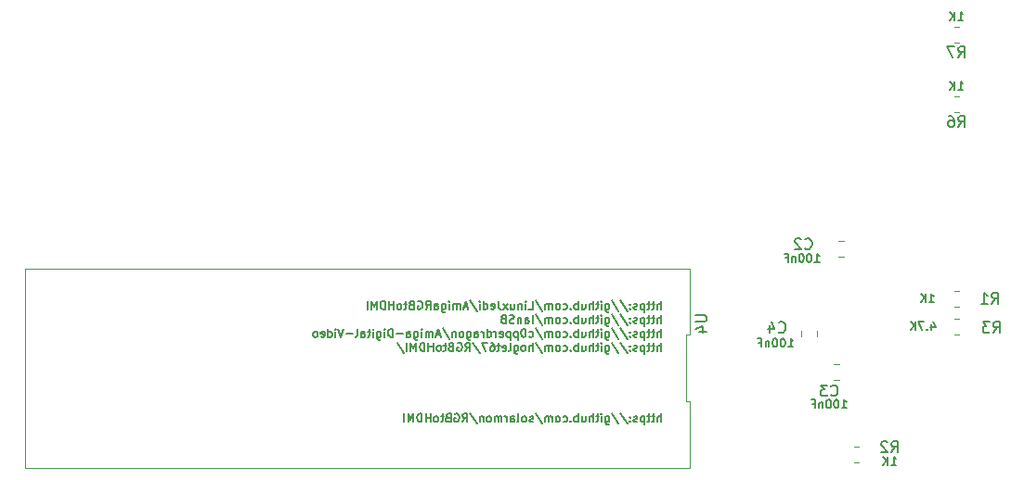
<source format=gbr>
%TF.GenerationSoftware,KiCad,Pcbnew,(5.1.9)-1*%
%TF.CreationDate,2021-07-28T09:14:02+01:00*%
%TF.ProjectId,RGBtoHDMI Amiga Denise DIP CPLD Rev 1.1,52474274-6f48-4444-9d49-20416d696761,rev?*%
%TF.SameCoordinates,Original*%
%TF.FileFunction,Legend,Bot*%
%TF.FilePolarity,Positive*%
%FSLAX46Y46*%
G04 Gerber Fmt 4.6, Leading zero omitted, Abs format (unit mm)*
G04 Created by KiCad (PCBNEW (5.1.9)-1) date 2021-07-28 09:14:02*
%MOMM*%
%LPD*%
G01*
G04 APERTURE LIST*
%ADD10C,0.150000*%
%ADD11C,0.120000*%
G04 APERTURE END LIST*
D10*
X137772928Y-103971285D02*
X137772928Y-103221285D01*
X137451500Y-103971285D02*
X137451500Y-103578428D01*
X137487214Y-103507000D01*
X137558642Y-103471285D01*
X137665785Y-103471285D01*
X137737214Y-103507000D01*
X137772928Y-103542714D01*
X137201500Y-103471285D02*
X136915785Y-103471285D01*
X137094357Y-103221285D02*
X137094357Y-103864142D01*
X137058642Y-103935571D01*
X136987214Y-103971285D01*
X136915785Y-103971285D01*
X136772928Y-103471285D02*
X136487214Y-103471285D01*
X136665785Y-103221285D02*
X136665785Y-103864142D01*
X136630071Y-103935571D01*
X136558642Y-103971285D01*
X136487214Y-103971285D01*
X136237214Y-103471285D02*
X136237214Y-104221285D01*
X136237214Y-103507000D02*
X136165785Y-103471285D01*
X136022928Y-103471285D01*
X135951500Y-103507000D01*
X135915785Y-103542714D01*
X135880071Y-103614142D01*
X135880071Y-103828428D01*
X135915785Y-103899857D01*
X135951500Y-103935571D01*
X136022928Y-103971285D01*
X136165785Y-103971285D01*
X136237214Y-103935571D01*
X135594357Y-103935571D02*
X135522928Y-103971285D01*
X135380071Y-103971285D01*
X135308642Y-103935571D01*
X135272928Y-103864142D01*
X135272928Y-103828428D01*
X135308642Y-103757000D01*
X135380071Y-103721285D01*
X135487214Y-103721285D01*
X135558642Y-103685571D01*
X135594357Y-103614142D01*
X135594357Y-103578428D01*
X135558642Y-103507000D01*
X135487214Y-103471285D01*
X135380071Y-103471285D01*
X135308642Y-103507000D01*
X134951500Y-103899857D02*
X134915785Y-103935571D01*
X134951500Y-103971285D01*
X134987214Y-103935571D01*
X134951500Y-103899857D01*
X134951500Y-103971285D01*
X134951500Y-103507000D02*
X134915785Y-103542714D01*
X134951500Y-103578428D01*
X134987214Y-103542714D01*
X134951500Y-103507000D01*
X134951500Y-103578428D01*
X134058642Y-103185571D02*
X134701500Y-104149857D01*
X133272928Y-103185571D02*
X133915785Y-104149857D01*
X132701500Y-103471285D02*
X132701500Y-104078428D01*
X132737214Y-104149857D01*
X132772928Y-104185571D01*
X132844357Y-104221285D01*
X132951500Y-104221285D01*
X133022928Y-104185571D01*
X132701500Y-103935571D02*
X132772928Y-103971285D01*
X132915785Y-103971285D01*
X132987214Y-103935571D01*
X133022928Y-103899857D01*
X133058642Y-103828428D01*
X133058642Y-103614142D01*
X133022928Y-103542714D01*
X132987214Y-103507000D01*
X132915785Y-103471285D01*
X132772928Y-103471285D01*
X132701500Y-103507000D01*
X132344357Y-103971285D02*
X132344357Y-103471285D01*
X132344357Y-103221285D02*
X132380071Y-103257000D01*
X132344357Y-103292714D01*
X132308642Y-103257000D01*
X132344357Y-103221285D01*
X132344357Y-103292714D01*
X132094357Y-103471285D02*
X131808642Y-103471285D01*
X131987214Y-103221285D02*
X131987214Y-103864142D01*
X131951500Y-103935571D01*
X131880071Y-103971285D01*
X131808642Y-103971285D01*
X131558642Y-103971285D02*
X131558642Y-103221285D01*
X131237214Y-103971285D02*
X131237214Y-103578428D01*
X131272928Y-103507000D01*
X131344357Y-103471285D01*
X131451500Y-103471285D01*
X131522928Y-103507000D01*
X131558642Y-103542714D01*
X130558642Y-103471285D02*
X130558642Y-103971285D01*
X130880071Y-103471285D02*
X130880071Y-103864142D01*
X130844357Y-103935571D01*
X130772928Y-103971285D01*
X130665785Y-103971285D01*
X130594357Y-103935571D01*
X130558642Y-103899857D01*
X130201500Y-103971285D02*
X130201500Y-103221285D01*
X130201500Y-103507000D02*
X130130071Y-103471285D01*
X129987214Y-103471285D01*
X129915785Y-103507000D01*
X129880071Y-103542714D01*
X129844357Y-103614142D01*
X129844357Y-103828428D01*
X129880071Y-103899857D01*
X129915785Y-103935571D01*
X129987214Y-103971285D01*
X130130071Y-103971285D01*
X130201500Y-103935571D01*
X129522928Y-103899857D02*
X129487214Y-103935571D01*
X129522928Y-103971285D01*
X129558642Y-103935571D01*
X129522928Y-103899857D01*
X129522928Y-103971285D01*
X128844357Y-103935571D02*
X128915785Y-103971285D01*
X129058642Y-103971285D01*
X129130071Y-103935571D01*
X129165785Y-103899857D01*
X129201500Y-103828428D01*
X129201500Y-103614142D01*
X129165785Y-103542714D01*
X129130071Y-103507000D01*
X129058642Y-103471285D01*
X128915785Y-103471285D01*
X128844357Y-103507000D01*
X128415785Y-103971285D02*
X128487214Y-103935571D01*
X128522928Y-103899857D01*
X128558642Y-103828428D01*
X128558642Y-103614142D01*
X128522928Y-103542714D01*
X128487214Y-103507000D01*
X128415785Y-103471285D01*
X128308642Y-103471285D01*
X128237214Y-103507000D01*
X128201500Y-103542714D01*
X128165785Y-103614142D01*
X128165785Y-103828428D01*
X128201500Y-103899857D01*
X128237214Y-103935571D01*
X128308642Y-103971285D01*
X128415785Y-103971285D01*
X127844357Y-103971285D02*
X127844357Y-103471285D01*
X127844357Y-103542714D02*
X127808642Y-103507000D01*
X127737214Y-103471285D01*
X127630071Y-103471285D01*
X127558642Y-103507000D01*
X127522928Y-103578428D01*
X127522928Y-103971285D01*
X127522928Y-103578428D02*
X127487214Y-103507000D01*
X127415785Y-103471285D01*
X127308642Y-103471285D01*
X127237214Y-103507000D01*
X127201500Y-103578428D01*
X127201500Y-103971285D01*
X126308642Y-103185571D02*
X126951500Y-104149857D01*
X126094357Y-103935571D02*
X126022928Y-103971285D01*
X125880071Y-103971285D01*
X125808642Y-103935571D01*
X125772928Y-103864142D01*
X125772928Y-103828428D01*
X125808642Y-103757000D01*
X125880071Y-103721285D01*
X125987214Y-103721285D01*
X126058642Y-103685571D01*
X126094357Y-103614142D01*
X126094357Y-103578428D01*
X126058642Y-103507000D01*
X125987214Y-103471285D01*
X125880071Y-103471285D01*
X125808642Y-103507000D01*
X125344357Y-103971285D02*
X125415785Y-103935571D01*
X125451500Y-103899857D01*
X125487214Y-103828428D01*
X125487214Y-103614142D01*
X125451500Y-103542714D01*
X125415785Y-103507000D01*
X125344357Y-103471285D01*
X125237214Y-103471285D01*
X125165785Y-103507000D01*
X125130071Y-103542714D01*
X125094357Y-103614142D01*
X125094357Y-103828428D01*
X125130071Y-103899857D01*
X125165785Y-103935571D01*
X125237214Y-103971285D01*
X125344357Y-103971285D01*
X124665785Y-103971285D02*
X124737214Y-103935571D01*
X124772928Y-103864142D01*
X124772928Y-103221285D01*
X124058642Y-103971285D02*
X124058642Y-103578428D01*
X124094357Y-103507000D01*
X124165785Y-103471285D01*
X124308642Y-103471285D01*
X124380071Y-103507000D01*
X124058642Y-103935571D02*
X124130071Y-103971285D01*
X124308642Y-103971285D01*
X124380071Y-103935571D01*
X124415785Y-103864142D01*
X124415785Y-103792714D01*
X124380071Y-103721285D01*
X124308642Y-103685571D01*
X124130071Y-103685571D01*
X124058642Y-103649857D01*
X123701499Y-103971285D02*
X123701499Y-103471285D01*
X123701499Y-103614142D02*
X123665785Y-103542714D01*
X123630071Y-103507000D01*
X123558642Y-103471285D01*
X123487214Y-103471285D01*
X123237214Y-103971285D02*
X123237214Y-103471285D01*
X123237214Y-103542714D02*
X123201499Y-103507000D01*
X123130071Y-103471285D01*
X123022928Y-103471285D01*
X122951499Y-103507000D01*
X122915785Y-103578428D01*
X122915785Y-103971285D01*
X122915785Y-103578428D02*
X122880071Y-103507000D01*
X122808642Y-103471285D01*
X122701499Y-103471285D01*
X122630071Y-103507000D01*
X122594357Y-103578428D01*
X122594357Y-103971285D01*
X122130071Y-103971285D02*
X122201499Y-103935571D01*
X122237214Y-103899857D01*
X122272928Y-103828428D01*
X122272928Y-103614142D01*
X122237214Y-103542714D01*
X122201499Y-103507000D01*
X122130071Y-103471285D01*
X122022928Y-103471285D01*
X121951499Y-103507000D01*
X121915785Y-103542714D01*
X121880071Y-103614142D01*
X121880071Y-103828428D01*
X121915785Y-103899857D01*
X121951499Y-103935571D01*
X122022928Y-103971285D01*
X122130071Y-103971285D01*
X121558642Y-103471285D02*
X121558642Y-103971285D01*
X121558642Y-103542714D02*
X121522928Y-103507000D01*
X121451499Y-103471285D01*
X121344357Y-103471285D01*
X121272928Y-103507000D01*
X121237214Y-103578428D01*
X121237214Y-103971285D01*
X120344357Y-103185571D02*
X120987214Y-104149857D01*
X119665785Y-103971285D02*
X119915785Y-103614142D01*
X120094357Y-103971285D02*
X120094357Y-103221285D01*
X119808642Y-103221285D01*
X119737214Y-103257000D01*
X119701500Y-103292714D01*
X119665785Y-103364142D01*
X119665785Y-103471285D01*
X119701500Y-103542714D01*
X119737214Y-103578428D01*
X119808642Y-103614142D01*
X120094357Y-103614142D01*
X118951500Y-103257000D02*
X119022928Y-103221285D01*
X119130071Y-103221285D01*
X119237214Y-103257000D01*
X119308642Y-103328428D01*
X119344357Y-103399857D01*
X119380071Y-103542714D01*
X119380071Y-103649857D01*
X119344357Y-103792714D01*
X119308642Y-103864142D01*
X119237214Y-103935571D01*
X119130071Y-103971285D01*
X119058642Y-103971285D01*
X118951500Y-103935571D01*
X118915785Y-103899857D01*
X118915785Y-103649857D01*
X119058642Y-103649857D01*
X118344357Y-103578428D02*
X118237214Y-103614142D01*
X118201499Y-103649857D01*
X118165785Y-103721285D01*
X118165785Y-103828428D01*
X118201499Y-103899857D01*
X118237214Y-103935571D01*
X118308642Y-103971285D01*
X118594357Y-103971285D01*
X118594357Y-103221285D01*
X118344357Y-103221285D01*
X118272928Y-103257000D01*
X118237214Y-103292714D01*
X118201499Y-103364142D01*
X118201499Y-103435571D01*
X118237214Y-103507000D01*
X118272928Y-103542714D01*
X118344357Y-103578428D01*
X118594357Y-103578428D01*
X117951499Y-103471285D02*
X117665785Y-103471285D01*
X117844357Y-103221285D02*
X117844357Y-103864142D01*
X117808642Y-103935571D01*
X117737214Y-103971285D01*
X117665785Y-103971285D01*
X117308642Y-103971285D02*
X117380071Y-103935571D01*
X117415785Y-103899857D01*
X117451499Y-103828428D01*
X117451499Y-103614142D01*
X117415785Y-103542714D01*
X117380071Y-103507000D01*
X117308642Y-103471285D01*
X117201499Y-103471285D01*
X117130071Y-103507000D01*
X117094357Y-103542714D01*
X117058642Y-103614142D01*
X117058642Y-103828428D01*
X117094357Y-103899857D01*
X117130071Y-103935571D01*
X117201499Y-103971285D01*
X117308642Y-103971285D01*
X116737214Y-103971285D02*
X116737214Y-103221285D01*
X116737214Y-103578428D02*
X116308642Y-103578428D01*
X116308642Y-103971285D02*
X116308642Y-103221285D01*
X115951499Y-103971285D02*
X115951499Y-103221285D01*
X115772928Y-103221285D01*
X115665785Y-103257000D01*
X115594357Y-103328428D01*
X115558642Y-103399857D01*
X115522928Y-103542714D01*
X115522928Y-103649857D01*
X115558642Y-103792714D01*
X115594357Y-103864142D01*
X115665785Y-103935571D01*
X115772928Y-103971285D01*
X115951499Y-103971285D01*
X115201499Y-103971285D02*
X115201499Y-103221285D01*
X114951499Y-103757000D01*
X114701499Y-103221285D01*
X114701499Y-103971285D01*
X114344357Y-103971285D02*
X114344357Y-103221285D01*
X137772928Y-93676785D02*
X137772928Y-92926785D01*
X137451500Y-93676785D02*
X137451500Y-93283928D01*
X137487214Y-93212500D01*
X137558642Y-93176785D01*
X137665785Y-93176785D01*
X137737214Y-93212500D01*
X137772928Y-93248214D01*
X137201500Y-93176785D02*
X136915785Y-93176785D01*
X137094357Y-92926785D02*
X137094357Y-93569642D01*
X137058642Y-93641071D01*
X136987214Y-93676785D01*
X136915785Y-93676785D01*
X136772928Y-93176785D02*
X136487214Y-93176785D01*
X136665785Y-92926785D02*
X136665785Y-93569642D01*
X136630071Y-93641071D01*
X136558642Y-93676785D01*
X136487214Y-93676785D01*
X136237214Y-93176785D02*
X136237214Y-93926785D01*
X136237214Y-93212500D02*
X136165785Y-93176785D01*
X136022928Y-93176785D01*
X135951500Y-93212500D01*
X135915785Y-93248214D01*
X135880071Y-93319642D01*
X135880071Y-93533928D01*
X135915785Y-93605357D01*
X135951500Y-93641071D01*
X136022928Y-93676785D01*
X136165785Y-93676785D01*
X136237214Y-93641071D01*
X135594357Y-93641071D02*
X135522928Y-93676785D01*
X135380071Y-93676785D01*
X135308642Y-93641071D01*
X135272928Y-93569642D01*
X135272928Y-93533928D01*
X135308642Y-93462500D01*
X135380071Y-93426785D01*
X135487214Y-93426785D01*
X135558642Y-93391071D01*
X135594357Y-93319642D01*
X135594357Y-93283928D01*
X135558642Y-93212500D01*
X135487214Y-93176785D01*
X135380071Y-93176785D01*
X135308642Y-93212500D01*
X134951500Y-93605357D02*
X134915785Y-93641071D01*
X134951500Y-93676785D01*
X134987214Y-93641071D01*
X134951500Y-93605357D01*
X134951500Y-93676785D01*
X134951500Y-93212500D02*
X134915785Y-93248214D01*
X134951500Y-93283928D01*
X134987214Y-93248214D01*
X134951500Y-93212500D01*
X134951500Y-93283928D01*
X134058642Y-92891071D02*
X134701500Y-93855357D01*
X133272928Y-92891071D02*
X133915785Y-93855357D01*
X132701500Y-93176785D02*
X132701500Y-93783928D01*
X132737214Y-93855357D01*
X132772928Y-93891071D01*
X132844357Y-93926785D01*
X132951500Y-93926785D01*
X133022928Y-93891071D01*
X132701500Y-93641071D02*
X132772928Y-93676785D01*
X132915785Y-93676785D01*
X132987214Y-93641071D01*
X133022928Y-93605357D01*
X133058642Y-93533928D01*
X133058642Y-93319642D01*
X133022928Y-93248214D01*
X132987214Y-93212500D01*
X132915785Y-93176785D01*
X132772928Y-93176785D01*
X132701500Y-93212500D01*
X132344357Y-93676785D02*
X132344357Y-93176785D01*
X132344357Y-92926785D02*
X132380071Y-92962500D01*
X132344357Y-92998214D01*
X132308642Y-92962500D01*
X132344357Y-92926785D01*
X132344357Y-92998214D01*
X132094357Y-93176785D02*
X131808642Y-93176785D01*
X131987214Y-92926785D02*
X131987214Y-93569642D01*
X131951500Y-93641071D01*
X131880071Y-93676785D01*
X131808642Y-93676785D01*
X131558642Y-93676785D02*
X131558642Y-92926785D01*
X131237214Y-93676785D02*
X131237214Y-93283928D01*
X131272928Y-93212500D01*
X131344357Y-93176785D01*
X131451500Y-93176785D01*
X131522928Y-93212500D01*
X131558642Y-93248214D01*
X130558642Y-93176785D02*
X130558642Y-93676785D01*
X130880071Y-93176785D02*
X130880071Y-93569642D01*
X130844357Y-93641071D01*
X130772928Y-93676785D01*
X130665785Y-93676785D01*
X130594357Y-93641071D01*
X130558642Y-93605357D01*
X130201500Y-93676785D02*
X130201500Y-92926785D01*
X130201500Y-93212500D02*
X130130071Y-93176785D01*
X129987214Y-93176785D01*
X129915785Y-93212500D01*
X129880071Y-93248214D01*
X129844357Y-93319642D01*
X129844357Y-93533928D01*
X129880071Y-93605357D01*
X129915785Y-93641071D01*
X129987214Y-93676785D01*
X130130071Y-93676785D01*
X130201500Y-93641071D01*
X129522928Y-93605357D02*
X129487214Y-93641071D01*
X129522928Y-93676785D01*
X129558642Y-93641071D01*
X129522928Y-93605357D01*
X129522928Y-93676785D01*
X128844357Y-93641071D02*
X128915785Y-93676785D01*
X129058642Y-93676785D01*
X129130071Y-93641071D01*
X129165785Y-93605357D01*
X129201500Y-93533928D01*
X129201500Y-93319642D01*
X129165785Y-93248214D01*
X129130071Y-93212500D01*
X129058642Y-93176785D01*
X128915785Y-93176785D01*
X128844357Y-93212500D01*
X128415785Y-93676785D02*
X128487214Y-93641071D01*
X128522928Y-93605357D01*
X128558642Y-93533928D01*
X128558642Y-93319642D01*
X128522928Y-93248214D01*
X128487214Y-93212500D01*
X128415785Y-93176785D01*
X128308642Y-93176785D01*
X128237214Y-93212500D01*
X128201500Y-93248214D01*
X128165785Y-93319642D01*
X128165785Y-93533928D01*
X128201500Y-93605357D01*
X128237214Y-93641071D01*
X128308642Y-93676785D01*
X128415785Y-93676785D01*
X127844357Y-93676785D02*
X127844357Y-93176785D01*
X127844357Y-93248214D02*
X127808642Y-93212500D01*
X127737214Y-93176785D01*
X127630071Y-93176785D01*
X127558642Y-93212500D01*
X127522928Y-93283928D01*
X127522928Y-93676785D01*
X127522928Y-93283928D02*
X127487214Y-93212500D01*
X127415785Y-93176785D01*
X127308642Y-93176785D01*
X127237214Y-93212500D01*
X127201500Y-93283928D01*
X127201500Y-93676785D01*
X126308642Y-92891071D02*
X126951500Y-93855357D01*
X125701500Y-93676785D02*
X126058642Y-93676785D01*
X126058642Y-92926785D01*
X125451500Y-93676785D02*
X125451500Y-93176785D01*
X125451500Y-92926785D02*
X125487214Y-92962500D01*
X125451500Y-92998214D01*
X125415785Y-92962500D01*
X125451500Y-92926785D01*
X125451500Y-92998214D01*
X125094357Y-93176785D02*
X125094357Y-93676785D01*
X125094357Y-93248214D02*
X125058642Y-93212500D01*
X124987214Y-93176785D01*
X124880071Y-93176785D01*
X124808642Y-93212500D01*
X124772928Y-93283928D01*
X124772928Y-93676785D01*
X124094357Y-93176785D02*
X124094357Y-93676785D01*
X124415785Y-93176785D02*
X124415785Y-93569642D01*
X124380071Y-93641071D01*
X124308642Y-93676785D01*
X124201500Y-93676785D01*
X124130071Y-93641071D01*
X124094357Y-93605357D01*
X123808642Y-93676785D02*
X123415785Y-93176785D01*
X123808642Y-93176785D02*
X123415785Y-93676785D01*
X122915785Y-92926785D02*
X122915785Y-93462500D01*
X122951500Y-93569642D01*
X123022928Y-93641071D01*
X123130071Y-93676785D01*
X123201500Y-93676785D01*
X122272928Y-93641071D02*
X122344357Y-93676785D01*
X122487214Y-93676785D01*
X122558642Y-93641071D01*
X122594357Y-93569642D01*
X122594357Y-93283928D01*
X122558642Y-93212500D01*
X122487214Y-93176785D01*
X122344357Y-93176785D01*
X122272928Y-93212500D01*
X122237214Y-93283928D01*
X122237214Y-93355357D01*
X122594357Y-93426785D01*
X121594357Y-93676785D02*
X121594357Y-92926785D01*
X121594357Y-93641071D02*
X121665785Y-93676785D01*
X121808642Y-93676785D01*
X121880071Y-93641071D01*
X121915785Y-93605357D01*
X121951500Y-93533928D01*
X121951500Y-93319642D01*
X121915785Y-93248214D01*
X121880071Y-93212500D01*
X121808642Y-93176785D01*
X121665785Y-93176785D01*
X121594357Y-93212500D01*
X121237214Y-93676785D02*
X121237214Y-93176785D01*
X121237214Y-92926785D02*
X121272928Y-92962500D01*
X121237214Y-92998214D01*
X121201500Y-92962500D01*
X121237214Y-92926785D01*
X121237214Y-92998214D01*
X120344357Y-92891071D02*
X120987214Y-93855357D01*
X120130071Y-93462500D02*
X119772928Y-93462500D01*
X120201500Y-93676785D02*
X119951500Y-92926785D01*
X119701500Y-93676785D01*
X119451500Y-93676785D02*
X119451500Y-93176785D01*
X119451500Y-93248214D02*
X119415785Y-93212500D01*
X119344357Y-93176785D01*
X119237214Y-93176785D01*
X119165785Y-93212500D01*
X119130071Y-93283928D01*
X119130071Y-93676785D01*
X119130071Y-93283928D02*
X119094357Y-93212500D01*
X119022928Y-93176785D01*
X118915785Y-93176785D01*
X118844357Y-93212500D01*
X118808642Y-93283928D01*
X118808642Y-93676785D01*
X118451500Y-93676785D02*
X118451500Y-93176785D01*
X118451500Y-92926785D02*
X118487214Y-92962500D01*
X118451500Y-92998214D01*
X118415785Y-92962500D01*
X118451500Y-92926785D01*
X118451500Y-92998214D01*
X117772928Y-93176785D02*
X117772928Y-93783928D01*
X117808642Y-93855357D01*
X117844357Y-93891071D01*
X117915785Y-93926785D01*
X118022928Y-93926785D01*
X118094357Y-93891071D01*
X117772928Y-93641071D02*
X117844357Y-93676785D01*
X117987214Y-93676785D01*
X118058642Y-93641071D01*
X118094357Y-93605357D01*
X118130071Y-93533928D01*
X118130071Y-93319642D01*
X118094357Y-93248214D01*
X118058642Y-93212500D01*
X117987214Y-93176785D01*
X117844357Y-93176785D01*
X117772928Y-93212500D01*
X117094357Y-93676785D02*
X117094357Y-93283928D01*
X117130071Y-93212500D01*
X117201500Y-93176785D01*
X117344357Y-93176785D01*
X117415785Y-93212500D01*
X117094357Y-93641071D02*
X117165785Y-93676785D01*
X117344357Y-93676785D01*
X117415785Y-93641071D01*
X117451500Y-93569642D01*
X117451500Y-93498214D01*
X117415785Y-93426785D01*
X117344357Y-93391071D01*
X117165785Y-93391071D01*
X117094357Y-93355357D01*
X116308642Y-93676785D02*
X116558642Y-93319642D01*
X116737214Y-93676785D02*
X116737214Y-92926785D01*
X116451500Y-92926785D01*
X116380071Y-92962500D01*
X116344357Y-92998214D01*
X116308642Y-93069642D01*
X116308642Y-93176785D01*
X116344357Y-93248214D01*
X116380071Y-93283928D01*
X116451500Y-93319642D01*
X116737214Y-93319642D01*
X115594357Y-92962500D02*
X115665785Y-92926785D01*
X115772928Y-92926785D01*
X115880071Y-92962500D01*
X115951500Y-93033928D01*
X115987214Y-93105357D01*
X116022928Y-93248214D01*
X116022928Y-93355357D01*
X115987214Y-93498214D01*
X115951500Y-93569642D01*
X115880071Y-93641071D01*
X115772928Y-93676785D01*
X115701500Y-93676785D01*
X115594357Y-93641071D01*
X115558642Y-93605357D01*
X115558642Y-93355357D01*
X115701500Y-93355357D01*
X114987214Y-93283928D02*
X114880071Y-93319642D01*
X114844357Y-93355357D01*
X114808642Y-93426785D01*
X114808642Y-93533928D01*
X114844357Y-93605357D01*
X114880071Y-93641071D01*
X114951500Y-93676785D01*
X115237214Y-93676785D01*
X115237214Y-92926785D01*
X114987214Y-92926785D01*
X114915785Y-92962500D01*
X114880071Y-92998214D01*
X114844357Y-93069642D01*
X114844357Y-93141071D01*
X114880071Y-93212500D01*
X114915785Y-93248214D01*
X114987214Y-93283928D01*
X115237214Y-93283928D01*
X114594357Y-93176785D02*
X114308642Y-93176785D01*
X114487214Y-92926785D02*
X114487214Y-93569642D01*
X114451500Y-93641071D01*
X114380071Y-93676785D01*
X114308642Y-93676785D01*
X113951500Y-93676785D02*
X114022928Y-93641071D01*
X114058642Y-93605357D01*
X114094357Y-93533928D01*
X114094357Y-93319642D01*
X114058642Y-93248214D01*
X114022928Y-93212500D01*
X113951500Y-93176785D01*
X113844357Y-93176785D01*
X113772928Y-93212500D01*
X113737214Y-93248214D01*
X113701500Y-93319642D01*
X113701500Y-93533928D01*
X113737214Y-93605357D01*
X113772928Y-93641071D01*
X113844357Y-93676785D01*
X113951500Y-93676785D01*
X113380071Y-93676785D02*
X113380071Y-92926785D01*
X113380071Y-93283928D02*
X112951500Y-93283928D01*
X112951500Y-93676785D02*
X112951500Y-92926785D01*
X112594357Y-93676785D02*
X112594357Y-92926785D01*
X112415785Y-92926785D01*
X112308642Y-92962500D01*
X112237214Y-93033928D01*
X112201500Y-93105357D01*
X112165785Y-93248214D01*
X112165785Y-93355357D01*
X112201500Y-93498214D01*
X112237214Y-93569642D01*
X112308642Y-93641071D01*
X112415785Y-93676785D01*
X112594357Y-93676785D01*
X111844357Y-93676785D02*
X111844357Y-92926785D01*
X111594357Y-93462500D01*
X111344357Y-92926785D01*
X111344357Y-93676785D01*
X110987214Y-93676785D02*
X110987214Y-92926785D01*
X137772928Y-94951785D02*
X137772928Y-94201785D01*
X137451500Y-94951785D02*
X137451500Y-94558928D01*
X137487214Y-94487500D01*
X137558642Y-94451785D01*
X137665785Y-94451785D01*
X137737214Y-94487500D01*
X137772928Y-94523214D01*
X137201500Y-94451785D02*
X136915785Y-94451785D01*
X137094357Y-94201785D02*
X137094357Y-94844642D01*
X137058642Y-94916071D01*
X136987214Y-94951785D01*
X136915785Y-94951785D01*
X136772928Y-94451785D02*
X136487214Y-94451785D01*
X136665785Y-94201785D02*
X136665785Y-94844642D01*
X136630071Y-94916071D01*
X136558642Y-94951785D01*
X136487214Y-94951785D01*
X136237214Y-94451785D02*
X136237214Y-95201785D01*
X136237214Y-94487500D02*
X136165785Y-94451785D01*
X136022928Y-94451785D01*
X135951500Y-94487500D01*
X135915785Y-94523214D01*
X135880071Y-94594642D01*
X135880071Y-94808928D01*
X135915785Y-94880357D01*
X135951500Y-94916071D01*
X136022928Y-94951785D01*
X136165785Y-94951785D01*
X136237214Y-94916071D01*
X135594357Y-94916071D02*
X135522928Y-94951785D01*
X135380071Y-94951785D01*
X135308642Y-94916071D01*
X135272928Y-94844642D01*
X135272928Y-94808928D01*
X135308642Y-94737500D01*
X135380071Y-94701785D01*
X135487214Y-94701785D01*
X135558642Y-94666071D01*
X135594357Y-94594642D01*
X135594357Y-94558928D01*
X135558642Y-94487500D01*
X135487214Y-94451785D01*
X135380071Y-94451785D01*
X135308642Y-94487500D01*
X134951500Y-94880357D02*
X134915785Y-94916071D01*
X134951500Y-94951785D01*
X134987214Y-94916071D01*
X134951500Y-94880357D01*
X134951500Y-94951785D01*
X134951500Y-94487500D02*
X134915785Y-94523214D01*
X134951500Y-94558928D01*
X134987214Y-94523214D01*
X134951500Y-94487500D01*
X134951500Y-94558928D01*
X134058642Y-94166071D02*
X134701500Y-95130357D01*
X133272928Y-94166071D02*
X133915785Y-95130357D01*
X132701500Y-94451785D02*
X132701500Y-95058928D01*
X132737214Y-95130357D01*
X132772928Y-95166071D01*
X132844357Y-95201785D01*
X132951500Y-95201785D01*
X133022928Y-95166071D01*
X132701500Y-94916071D02*
X132772928Y-94951785D01*
X132915785Y-94951785D01*
X132987214Y-94916071D01*
X133022928Y-94880357D01*
X133058642Y-94808928D01*
X133058642Y-94594642D01*
X133022928Y-94523214D01*
X132987214Y-94487500D01*
X132915785Y-94451785D01*
X132772928Y-94451785D01*
X132701500Y-94487500D01*
X132344357Y-94951785D02*
X132344357Y-94451785D01*
X132344357Y-94201785D02*
X132380071Y-94237500D01*
X132344357Y-94273214D01*
X132308642Y-94237500D01*
X132344357Y-94201785D01*
X132344357Y-94273214D01*
X132094357Y-94451785D02*
X131808642Y-94451785D01*
X131987214Y-94201785D02*
X131987214Y-94844642D01*
X131951500Y-94916071D01*
X131880071Y-94951785D01*
X131808642Y-94951785D01*
X131558642Y-94951785D02*
X131558642Y-94201785D01*
X131237214Y-94951785D02*
X131237214Y-94558928D01*
X131272928Y-94487500D01*
X131344357Y-94451785D01*
X131451500Y-94451785D01*
X131522928Y-94487500D01*
X131558642Y-94523214D01*
X130558642Y-94451785D02*
X130558642Y-94951785D01*
X130880071Y-94451785D02*
X130880071Y-94844642D01*
X130844357Y-94916071D01*
X130772928Y-94951785D01*
X130665785Y-94951785D01*
X130594357Y-94916071D01*
X130558642Y-94880357D01*
X130201500Y-94951785D02*
X130201500Y-94201785D01*
X130201500Y-94487500D02*
X130130071Y-94451785D01*
X129987214Y-94451785D01*
X129915785Y-94487500D01*
X129880071Y-94523214D01*
X129844357Y-94594642D01*
X129844357Y-94808928D01*
X129880071Y-94880357D01*
X129915785Y-94916071D01*
X129987214Y-94951785D01*
X130130071Y-94951785D01*
X130201500Y-94916071D01*
X129522928Y-94880357D02*
X129487214Y-94916071D01*
X129522928Y-94951785D01*
X129558642Y-94916071D01*
X129522928Y-94880357D01*
X129522928Y-94951785D01*
X128844357Y-94916071D02*
X128915785Y-94951785D01*
X129058642Y-94951785D01*
X129130071Y-94916071D01*
X129165785Y-94880357D01*
X129201500Y-94808928D01*
X129201500Y-94594642D01*
X129165785Y-94523214D01*
X129130071Y-94487500D01*
X129058642Y-94451785D01*
X128915785Y-94451785D01*
X128844357Y-94487500D01*
X128415785Y-94951785D02*
X128487214Y-94916071D01*
X128522928Y-94880357D01*
X128558642Y-94808928D01*
X128558642Y-94594642D01*
X128522928Y-94523214D01*
X128487214Y-94487500D01*
X128415785Y-94451785D01*
X128308642Y-94451785D01*
X128237214Y-94487500D01*
X128201500Y-94523214D01*
X128165785Y-94594642D01*
X128165785Y-94808928D01*
X128201500Y-94880357D01*
X128237214Y-94916071D01*
X128308642Y-94951785D01*
X128415785Y-94951785D01*
X127844357Y-94951785D02*
X127844357Y-94451785D01*
X127844357Y-94523214D02*
X127808642Y-94487500D01*
X127737214Y-94451785D01*
X127630071Y-94451785D01*
X127558642Y-94487500D01*
X127522928Y-94558928D01*
X127522928Y-94951785D01*
X127522928Y-94558928D02*
X127487214Y-94487500D01*
X127415785Y-94451785D01*
X127308642Y-94451785D01*
X127237214Y-94487500D01*
X127201500Y-94558928D01*
X127201500Y-94951785D01*
X126308642Y-94166071D02*
X126951500Y-95130357D01*
X126058642Y-94951785D02*
X126058642Y-94201785D01*
X125380071Y-94951785D02*
X125380071Y-94558928D01*
X125415785Y-94487500D01*
X125487214Y-94451785D01*
X125630071Y-94451785D01*
X125701500Y-94487500D01*
X125380071Y-94916071D02*
X125451500Y-94951785D01*
X125630071Y-94951785D01*
X125701500Y-94916071D01*
X125737214Y-94844642D01*
X125737214Y-94773214D01*
X125701500Y-94701785D01*
X125630071Y-94666071D01*
X125451500Y-94666071D01*
X125380071Y-94630357D01*
X125022928Y-94451785D02*
X125022928Y-94951785D01*
X125022928Y-94523214D02*
X124987214Y-94487500D01*
X124915785Y-94451785D01*
X124808642Y-94451785D01*
X124737214Y-94487500D01*
X124701500Y-94558928D01*
X124701500Y-94951785D01*
X124380071Y-94916071D02*
X124272928Y-94951785D01*
X124094357Y-94951785D01*
X124022928Y-94916071D01*
X123987214Y-94880357D01*
X123951500Y-94808928D01*
X123951500Y-94737500D01*
X123987214Y-94666071D01*
X124022928Y-94630357D01*
X124094357Y-94594642D01*
X124237214Y-94558928D01*
X124308642Y-94523214D01*
X124344357Y-94487500D01*
X124380071Y-94416071D01*
X124380071Y-94344642D01*
X124344357Y-94273214D01*
X124308642Y-94237500D01*
X124237214Y-94201785D01*
X124058642Y-94201785D01*
X123951500Y-94237500D01*
X123380071Y-94558928D02*
X123272928Y-94594642D01*
X123237214Y-94630357D01*
X123201500Y-94701785D01*
X123201500Y-94808928D01*
X123237214Y-94880357D01*
X123272928Y-94916071D01*
X123344357Y-94951785D01*
X123630071Y-94951785D01*
X123630071Y-94201785D01*
X123380071Y-94201785D01*
X123308642Y-94237500D01*
X123272928Y-94273214D01*
X123237214Y-94344642D01*
X123237214Y-94416071D01*
X123272928Y-94487500D01*
X123308642Y-94523214D01*
X123380071Y-94558928D01*
X123630071Y-94558928D01*
X137772928Y-96226785D02*
X137772928Y-95476785D01*
X137451500Y-96226785D02*
X137451500Y-95833928D01*
X137487214Y-95762500D01*
X137558642Y-95726785D01*
X137665785Y-95726785D01*
X137737214Y-95762500D01*
X137772928Y-95798214D01*
X137201500Y-95726785D02*
X136915785Y-95726785D01*
X137094357Y-95476785D02*
X137094357Y-96119642D01*
X137058642Y-96191071D01*
X136987214Y-96226785D01*
X136915785Y-96226785D01*
X136772928Y-95726785D02*
X136487214Y-95726785D01*
X136665785Y-95476785D02*
X136665785Y-96119642D01*
X136630071Y-96191071D01*
X136558642Y-96226785D01*
X136487214Y-96226785D01*
X136237214Y-95726785D02*
X136237214Y-96476785D01*
X136237214Y-95762500D02*
X136165785Y-95726785D01*
X136022928Y-95726785D01*
X135951500Y-95762500D01*
X135915785Y-95798214D01*
X135880071Y-95869642D01*
X135880071Y-96083928D01*
X135915785Y-96155357D01*
X135951500Y-96191071D01*
X136022928Y-96226785D01*
X136165785Y-96226785D01*
X136237214Y-96191071D01*
X135594357Y-96191071D02*
X135522928Y-96226785D01*
X135380071Y-96226785D01*
X135308642Y-96191071D01*
X135272928Y-96119642D01*
X135272928Y-96083928D01*
X135308642Y-96012500D01*
X135380071Y-95976785D01*
X135487214Y-95976785D01*
X135558642Y-95941071D01*
X135594357Y-95869642D01*
X135594357Y-95833928D01*
X135558642Y-95762500D01*
X135487214Y-95726785D01*
X135380071Y-95726785D01*
X135308642Y-95762500D01*
X134951500Y-96155357D02*
X134915785Y-96191071D01*
X134951500Y-96226785D01*
X134987214Y-96191071D01*
X134951500Y-96155357D01*
X134951500Y-96226785D01*
X134951500Y-95762500D02*
X134915785Y-95798214D01*
X134951500Y-95833928D01*
X134987214Y-95798214D01*
X134951500Y-95762500D01*
X134951500Y-95833928D01*
X134058642Y-95441071D02*
X134701500Y-96405357D01*
X133272928Y-95441071D02*
X133915785Y-96405357D01*
X132701500Y-95726785D02*
X132701500Y-96333928D01*
X132737214Y-96405357D01*
X132772928Y-96441071D01*
X132844357Y-96476785D01*
X132951500Y-96476785D01*
X133022928Y-96441071D01*
X132701500Y-96191071D02*
X132772928Y-96226785D01*
X132915785Y-96226785D01*
X132987214Y-96191071D01*
X133022928Y-96155357D01*
X133058642Y-96083928D01*
X133058642Y-95869642D01*
X133022928Y-95798214D01*
X132987214Y-95762500D01*
X132915785Y-95726785D01*
X132772928Y-95726785D01*
X132701500Y-95762500D01*
X132344357Y-96226785D02*
X132344357Y-95726785D01*
X132344357Y-95476785D02*
X132380071Y-95512500D01*
X132344357Y-95548214D01*
X132308642Y-95512500D01*
X132344357Y-95476785D01*
X132344357Y-95548214D01*
X132094357Y-95726785D02*
X131808642Y-95726785D01*
X131987214Y-95476785D02*
X131987214Y-96119642D01*
X131951500Y-96191071D01*
X131880071Y-96226785D01*
X131808642Y-96226785D01*
X131558642Y-96226785D02*
X131558642Y-95476785D01*
X131237214Y-96226785D02*
X131237214Y-95833928D01*
X131272928Y-95762500D01*
X131344357Y-95726785D01*
X131451500Y-95726785D01*
X131522928Y-95762500D01*
X131558642Y-95798214D01*
X130558642Y-95726785D02*
X130558642Y-96226785D01*
X130880071Y-95726785D02*
X130880071Y-96119642D01*
X130844357Y-96191071D01*
X130772928Y-96226785D01*
X130665785Y-96226785D01*
X130594357Y-96191071D01*
X130558642Y-96155357D01*
X130201500Y-96226785D02*
X130201500Y-95476785D01*
X130201500Y-95762500D02*
X130130071Y-95726785D01*
X129987214Y-95726785D01*
X129915785Y-95762500D01*
X129880071Y-95798214D01*
X129844357Y-95869642D01*
X129844357Y-96083928D01*
X129880071Y-96155357D01*
X129915785Y-96191071D01*
X129987214Y-96226785D01*
X130130071Y-96226785D01*
X130201500Y-96191071D01*
X129522928Y-96155357D02*
X129487214Y-96191071D01*
X129522928Y-96226785D01*
X129558642Y-96191071D01*
X129522928Y-96155357D01*
X129522928Y-96226785D01*
X128844357Y-96191071D02*
X128915785Y-96226785D01*
X129058642Y-96226785D01*
X129130071Y-96191071D01*
X129165785Y-96155357D01*
X129201500Y-96083928D01*
X129201500Y-95869642D01*
X129165785Y-95798214D01*
X129130071Y-95762500D01*
X129058642Y-95726785D01*
X128915785Y-95726785D01*
X128844357Y-95762500D01*
X128415785Y-96226785D02*
X128487214Y-96191071D01*
X128522928Y-96155357D01*
X128558642Y-96083928D01*
X128558642Y-95869642D01*
X128522928Y-95798214D01*
X128487214Y-95762500D01*
X128415785Y-95726785D01*
X128308642Y-95726785D01*
X128237214Y-95762500D01*
X128201500Y-95798214D01*
X128165785Y-95869642D01*
X128165785Y-96083928D01*
X128201500Y-96155357D01*
X128237214Y-96191071D01*
X128308642Y-96226785D01*
X128415785Y-96226785D01*
X127844357Y-96226785D02*
X127844357Y-95726785D01*
X127844357Y-95798214D02*
X127808642Y-95762500D01*
X127737214Y-95726785D01*
X127630071Y-95726785D01*
X127558642Y-95762500D01*
X127522928Y-95833928D01*
X127522928Y-96226785D01*
X127522928Y-95833928D02*
X127487214Y-95762500D01*
X127415785Y-95726785D01*
X127308642Y-95726785D01*
X127237214Y-95762500D01*
X127201500Y-95833928D01*
X127201500Y-96226785D01*
X126308642Y-95441071D02*
X126951500Y-96405357D01*
X125737214Y-96191071D02*
X125808642Y-96226785D01*
X125951499Y-96226785D01*
X126022928Y-96191071D01*
X126058642Y-96155357D01*
X126094357Y-96083928D01*
X126094357Y-95869642D01*
X126058642Y-95798214D01*
X126022928Y-95762500D01*
X125951499Y-95726785D01*
X125808642Y-95726785D01*
X125737214Y-95762500D01*
X125272928Y-95476785D02*
X125201500Y-95476785D01*
X125130071Y-95512500D01*
X125094357Y-95548214D01*
X125058642Y-95619642D01*
X125022928Y-95762500D01*
X125022928Y-95941071D01*
X125058642Y-96083928D01*
X125094357Y-96155357D01*
X125130071Y-96191071D01*
X125201500Y-96226785D01*
X125272928Y-96226785D01*
X125344357Y-96191071D01*
X125380071Y-96155357D01*
X125415785Y-96083928D01*
X125451500Y-95941071D01*
X125451500Y-95762500D01*
X125415785Y-95619642D01*
X125380071Y-95548214D01*
X125344357Y-95512500D01*
X125272928Y-95476785D01*
X124701500Y-95726785D02*
X124701500Y-96476785D01*
X124701500Y-95762500D02*
X124630071Y-95726785D01*
X124487214Y-95726785D01*
X124415785Y-95762500D01*
X124380071Y-95798214D01*
X124344357Y-95869642D01*
X124344357Y-96083928D01*
X124380071Y-96155357D01*
X124415785Y-96191071D01*
X124487214Y-96226785D01*
X124630071Y-96226785D01*
X124701500Y-96191071D01*
X124022928Y-95726785D02*
X124022928Y-96476785D01*
X124022928Y-95762500D02*
X123951500Y-95726785D01*
X123808642Y-95726785D01*
X123737214Y-95762500D01*
X123701500Y-95798214D01*
X123665785Y-95869642D01*
X123665785Y-96083928D01*
X123701500Y-96155357D01*
X123737214Y-96191071D01*
X123808642Y-96226785D01*
X123951500Y-96226785D01*
X124022928Y-96191071D01*
X123058642Y-96191071D02*
X123130071Y-96226785D01*
X123272928Y-96226785D01*
X123344357Y-96191071D01*
X123380071Y-96119642D01*
X123380071Y-95833928D01*
X123344357Y-95762500D01*
X123272928Y-95726785D01*
X123130071Y-95726785D01*
X123058642Y-95762500D01*
X123022928Y-95833928D01*
X123022928Y-95905357D01*
X123380071Y-95976785D01*
X122701500Y-96226785D02*
X122701500Y-95726785D01*
X122701500Y-95869642D02*
X122665785Y-95798214D01*
X122630071Y-95762500D01*
X122558642Y-95726785D01*
X122487214Y-95726785D01*
X121915785Y-96226785D02*
X121915785Y-95476785D01*
X121915785Y-96191071D02*
X121987214Y-96226785D01*
X122130071Y-96226785D01*
X122201500Y-96191071D01*
X122237214Y-96155357D01*
X122272928Y-96083928D01*
X122272928Y-95869642D01*
X122237214Y-95798214D01*
X122201500Y-95762500D01*
X122130071Y-95726785D01*
X121987214Y-95726785D01*
X121915785Y-95762500D01*
X121558642Y-96226785D02*
X121558642Y-95726785D01*
X121558642Y-95869642D02*
X121522928Y-95798214D01*
X121487214Y-95762500D01*
X121415785Y-95726785D01*
X121344357Y-95726785D01*
X120772928Y-96226785D02*
X120772928Y-95833928D01*
X120808642Y-95762500D01*
X120880071Y-95726785D01*
X121022928Y-95726785D01*
X121094357Y-95762500D01*
X120772928Y-96191071D02*
X120844357Y-96226785D01*
X121022928Y-96226785D01*
X121094357Y-96191071D01*
X121130071Y-96119642D01*
X121130071Y-96048214D01*
X121094357Y-95976785D01*
X121022928Y-95941071D01*
X120844357Y-95941071D01*
X120772928Y-95905357D01*
X120094357Y-95726785D02*
X120094357Y-96333928D01*
X120130071Y-96405357D01*
X120165785Y-96441071D01*
X120237214Y-96476785D01*
X120344357Y-96476785D01*
X120415785Y-96441071D01*
X120094357Y-96191071D02*
X120165785Y-96226785D01*
X120308642Y-96226785D01*
X120380071Y-96191071D01*
X120415785Y-96155357D01*
X120451499Y-96083928D01*
X120451499Y-95869642D01*
X120415785Y-95798214D01*
X120380071Y-95762500D01*
X120308642Y-95726785D01*
X120165785Y-95726785D01*
X120094357Y-95762500D01*
X119630071Y-96226785D02*
X119701499Y-96191071D01*
X119737214Y-96155357D01*
X119772928Y-96083928D01*
X119772928Y-95869642D01*
X119737214Y-95798214D01*
X119701499Y-95762500D01*
X119630071Y-95726785D01*
X119522928Y-95726785D01*
X119451499Y-95762500D01*
X119415785Y-95798214D01*
X119380071Y-95869642D01*
X119380071Y-96083928D01*
X119415785Y-96155357D01*
X119451499Y-96191071D01*
X119522928Y-96226785D01*
X119630071Y-96226785D01*
X119058642Y-95726785D02*
X119058642Y-96226785D01*
X119058642Y-95798214D02*
X119022928Y-95762500D01*
X118951499Y-95726785D01*
X118844357Y-95726785D01*
X118772928Y-95762500D01*
X118737214Y-95833928D01*
X118737214Y-96226785D01*
X117844357Y-95441071D02*
X118487214Y-96405357D01*
X117630071Y-96012500D02*
X117272928Y-96012500D01*
X117701499Y-96226785D02*
X117451499Y-95476785D01*
X117201499Y-96226785D01*
X116951499Y-96226785D02*
X116951499Y-95726785D01*
X116951499Y-95798214D02*
X116915785Y-95762500D01*
X116844357Y-95726785D01*
X116737214Y-95726785D01*
X116665785Y-95762500D01*
X116630071Y-95833928D01*
X116630071Y-96226785D01*
X116630071Y-95833928D02*
X116594357Y-95762500D01*
X116522928Y-95726785D01*
X116415785Y-95726785D01*
X116344357Y-95762500D01*
X116308642Y-95833928D01*
X116308642Y-96226785D01*
X115951499Y-96226785D02*
X115951499Y-95726785D01*
X115951499Y-95476785D02*
X115987214Y-95512500D01*
X115951499Y-95548214D01*
X115915785Y-95512500D01*
X115951499Y-95476785D01*
X115951499Y-95548214D01*
X115272928Y-95726785D02*
X115272928Y-96333928D01*
X115308642Y-96405357D01*
X115344357Y-96441071D01*
X115415785Y-96476785D01*
X115522928Y-96476785D01*
X115594357Y-96441071D01*
X115272928Y-96191071D02*
X115344357Y-96226785D01*
X115487214Y-96226785D01*
X115558642Y-96191071D01*
X115594357Y-96155357D01*
X115630071Y-96083928D01*
X115630071Y-95869642D01*
X115594357Y-95798214D01*
X115558642Y-95762500D01*
X115487214Y-95726785D01*
X115344357Y-95726785D01*
X115272928Y-95762500D01*
X114594357Y-96226785D02*
X114594357Y-95833928D01*
X114630071Y-95762500D01*
X114701499Y-95726785D01*
X114844357Y-95726785D01*
X114915785Y-95762500D01*
X114594357Y-96191071D02*
X114665785Y-96226785D01*
X114844357Y-96226785D01*
X114915785Y-96191071D01*
X114951499Y-96119642D01*
X114951499Y-96048214D01*
X114915785Y-95976785D01*
X114844357Y-95941071D01*
X114665785Y-95941071D01*
X114594357Y-95905357D01*
X114237214Y-95941071D02*
X113665785Y-95941071D01*
X113308642Y-96226785D02*
X113308642Y-95476785D01*
X113130071Y-95476785D01*
X113022928Y-95512500D01*
X112951499Y-95583928D01*
X112915785Y-95655357D01*
X112880071Y-95798214D01*
X112880071Y-95905357D01*
X112915785Y-96048214D01*
X112951499Y-96119642D01*
X113022928Y-96191071D01*
X113130071Y-96226785D01*
X113308642Y-96226785D01*
X112558642Y-96226785D02*
X112558642Y-95726785D01*
X112558642Y-95476785D02*
X112594357Y-95512500D01*
X112558642Y-95548214D01*
X112522928Y-95512500D01*
X112558642Y-95476785D01*
X112558642Y-95548214D01*
X111880071Y-95726785D02*
X111880071Y-96333928D01*
X111915785Y-96405357D01*
X111951499Y-96441071D01*
X112022928Y-96476785D01*
X112130071Y-96476785D01*
X112201499Y-96441071D01*
X111880071Y-96191071D02*
X111951499Y-96226785D01*
X112094357Y-96226785D01*
X112165785Y-96191071D01*
X112201499Y-96155357D01*
X112237214Y-96083928D01*
X112237214Y-95869642D01*
X112201499Y-95798214D01*
X112165785Y-95762500D01*
X112094357Y-95726785D01*
X111951499Y-95726785D01*
X111880071Y-95762500D01*
X111522928Y-96226785D02*
X111522928Y-95726785D01*
X111522928Y-95476785D02*
X111558642Y-95512500D01*
X111522928Y-95548214D01*
X111487214Y-95512500D01*
X111522928Y-95476785D01*
X111522928Y-95548214D01*
X111272928Y-95726785D02*
X110987214Y-95726785D01*
X111165785Y-95476785D02*
X111165785Y-96119642D01*
X111130071Y-96191071D01*
X111058642Y-96226785D01*
X110987214Y-96226785D01*
X110415785Y-96226785D02*
X110415785Y-95833928D01*
X110451499Y-95762500D01*
X110522928Y-95726785D01*
X110665785Y-95726785D01*
X110737214Y-95762500D01*
X110415785Y-96191071D02*
X110487214Y-96226785D01*
X110665785Y-96226785D01*
X110737214Y-96191071D01*
X110772928Y-96119642D01*
X110772928Y-96048214D01*
X110737214Y-95976785D01*
X110665785Y-95941071D01*
X110487214Y-95941071D01*
X110415785Y-95905357D01*
X109951499Y-96226785D02*
X110022928Y-96191071D01*
X110058642Y-96119642D01*
X110058642Y-95476785D01*
X109665785Y-95941071D02*
X109094357Y-95941071D01*
X108844357Y-95476785D02*
X108594357Y-96226785D01*
X108344357Y-95476785D01*
X108094357Y-96226785D02*
X108094357Y-95726785D01*
X108094357Y-95476785D02*
X108130071Y-95512500D01*
X108094357Y-95548214D01*
X108058642Y-95512500D01*
X108094357Y-95476785D01*
X108094357Y-95548214D01*
X107415785Y-96226785D02*
X107415785Y-95476785D01*
X107415785Y-96191071D02*
X107487214Y-96226785D01*
X107630071Y-96226785D01*
X107701499Y-96191071D01*
X107737214Y-96155357D01*
X107772928Y-96083928D01*
X107772928Y-95869642D01*
X107737214Y-95798214D01*
X107701499Y-95762500D01*
X107630071Y-95726785D01*
X107487214Y-95726785D01*
X107415785Y-95762500D01*
X106772928Y-96191071D02*
X106844357Y-96226785D01*
X106987214Y-96226785D01*
X107058642Y-96191071D01*
X107094357Y-96119642D01*
X107094357Y-95833928D01*
X107058642Y-95762500D01*
X106987214Y-95726785D01*
X106844357Y-95726785D01*
X106772928Y-95762500D01*
X106737214Y-95833928D01*
X106737214Y-95905357D01*
X107094357Y-95976785D01*
X106308642Y-96226785D02*
X106380071Y-96191071D01*
X106415785Y-96155357D01*
X106451499Y-96083928D01*
X106451499Y-95869642D01*
X106415785Y-95798214D01*
X106380071Y-95762500D01*
X106308642Y-95726785D01*
X106201499Y-95726785D01*
X106130071Y-95762500D01*
X106094357Y-95798214D01*
X106058642Y-95869642D01*
X106058642Y-96083928D01*
X106094357Y-96155357D01*
X106130071Y-96191071D01*
X106201499Y-96226785D01*
X106308642Y-96226785D01*
X137772928Y-97501785D02*
X137772928Y-96751785D01*
X137451500Y-97501785D02*
X137451500Y-97108928D01*
X137487214Y-97037500D01*
X137558642Y-97001785D01*
X137665785Y-97001785D01*
X137737214Y-97037500D01*
X137772928Y-97073214D01*
X137201500Y-97001785D02*
X136915785Y-97001785D01*
X137094357Y-96751785D02*
X137094357Y-97394642D01*
X137058642Y-97466071D01*
X136987214Y-97501785D01*
X136915785Y-97501785D01*
X136772928Y-97001785D02*
X136487214Y-97001785D01*
X136665785Y-96751785D02*
X136665785Y-97394642D01*
X136630071Y-97466071D01*
X136558642Y-97501785D01*
X136487214Y-97501785D01*
X136237214Y-97001785D02*
X136237214Y-97751785D01*
X136237214Y-97037500D02*
X136165785Y-97001785D01*
X136022928Y-97001785D01*
X135951500Y-97037500D01*
X135915785Y-97073214D01*
X135880071Y-97144642D01*
X135880071Y-97358928D01*
X135915785Y-97430357D01*
X135951500Y-97466071D01*
X136022928Y-97501785D01*
X136165785Y-97501785D01*
X136237214Y-97466071D01*
X135594357Y-97466071D02*
X135522928Y-97501785D01*
X135380071Y-97501785D01*
X135308642Y-97466071D01*
X135272928Y-97394642D01*
X135272928Y-97358928D01*
X135308642Y-97287500D01*
X135380071Y-97251785D01*
X135487214Y-97251785D01*
X135558642Y-97216071D01*
X135594357Y-97144642D01*
X135594357Y-97108928D01*
X135558642Y-97037500D01*
X135487214Y-97001785D01*
X135380071Y-97001785D01*
X135308642Y-97037500D01*
X134951500Y-97430357D02*
X134915785Y-97466071D01*
X134951500Y-97501785D01*
X134987214Y-97466071D01*
X134951500Y-97430357D01*
X134951500Y-97501785D01*
X134951500Y-97037500D02*
X134915785Y-97073214D01*
X134951500Y-97108928D01*
X134987214Y-97073214D01*
X134951500Y-97037500D01*
X134951500Y-97108928D01*
X134058642Y-96716071D02*
X134701500Y-97680357D01*
X133272928Y-96716071D02*
X133915785Y-97680357D01*
X132701500Y-97001785D02*
X132701500Y-97608928D01*
X132737214Y-97680357D01*
X132772928Y-97716071D01*
X132844357Y-97751785D01*
X132951500Y-97751785D01*
X133022928Y-97716071D01*
X132701500Y-97466071D02*
X132772928Y-97501785D01*
X132915785Y-97501785D01*
X132987214Y-97466071D01*
X133022928Y-97430357D01*
X133058642Y-97358928D01*
X133058642Y-97144642D01*
X133022928Y-97073214D01*
X132987214Y-97037500D01*
X132915785Y-97001785D01*
X132772928Y-97001785D01*
X132701500Y-97037500D01*
X132344357Y-97501785D02*
X132344357Y-97001785D01*
X132344357Y-96751785D02*
X132380071Y-96787500D01*
X132344357Y-96823214D01*
X132308642Y-96787500D01*
X132344357Y-96751785D01*
X132344357Y-96823214D01*
X132094357Y-97001785D02*
X131808642Y-97001785D01*
X131987214Y-96751785D02*
X131987214Y-97394642D01*
X131951500Y-97466071D01*
X131880071Y-97501785D01*
X131808642Y-97501785D01*
X131558642Y-97501785D02*
X131558642Y-96751785D01*
X131237214Y-97501785D02*
X131237214Y-97108928D01*
X131272928Y-97037500D01*
X131344357Y-97001785D01*
X131451500Y-97001785D01*
X131522928Y-97037500D01*
X131558642Y-97073214D01*
X130558642Y-97001785D02*
X130558642Y-97501785D01*
X130880071Y-97001785D02*
X130880071Y-97394642D01*
X130844357Y-97466071D01*
X130772928Y-97501785D01*
X130665785Y-97501785D01*
X130594357Y-97466071D01*
X130558642Y-97430357D01*
X130201500Y-97501785D02*
X130201500Y-96751785D01*
X130201500Y-97037500D02*
X130130071Y-97001785D01*
X129987214Y-97001785D01*
X129915785Y-97037500D01*
X129880071Y-97073214D01*
X129844357Y-97144642D01*
X129844357Y-97358928D01*
X129880071Y-97430357D01*
X129915785Y-97466071D01*
X129987214Y-97501785D01*
X130130071Y-97501785D01*
X130201500Y-97466071D01*
X129522928Y-97430357D02*
X129487214Y-97466071D01*
X129522928Y-97501785D01*
X129558642Y-97466071D01*
X129522928Y-97430357D01*
X129522928Y-97501785D01*
X128844357Y-97466071D02*
X128915785Y-97501785D01*
X129058642Y-97501785D01*
X129130071Y-97466071D01*
X129165785Y-97430357D01*
X129201500Y-97358928D01*
X129201500Y-97144642D01*
X129165785Y-97073214D01*
X129130071Y-97037500D01*
X129058642Y-97001785D01*
X128915785Y-97001785D01*
X128844357Y-97037500D01*
X128415785Y-97501785D02*
X128487214Y-97466071D01*
X128522928Y-97430357D01*
X128558642Y-97358928D01*
X128558642Y-97144642D01*
X128522928Y-97073214D01*
X128487214Y-97037500D01*
X128415785Y-97001785D01*
X128308642Y-97001785D01*
X128237214Y-97037500D01*
X128201500Y-97073214D01*
X128165785Y-97144642D01*
X128165785Y-97358928D01*
X128201500Y-97430357D01*
X128237214Y-97466071D01*
X128308642Y-97501785D01*
X128415785Y-97501785D01*
X127844357Y-97501785D02*
X127844357Y-97001785D01*
X127844357Y-97073214D02*
X127808642Y-97037500D01*
X127737214Y-97001785D01*
X127630071Y-97001785D01*
X127558642Y-97037500D01*
X127522928Y-97108928D01*
X127522928Y-97501785D01*
X127522928Y-97108928D02*
X127487214Y-97037500D01*
X127415785Y-97001785D01*
X127308642Y-97001785D01*
X127237214Y-97037500D01*
X127201500Y-97108928D01*
X127201500Y-97501785D01*
X126308642Y-96716071D02*
X126951500Y-97680357D01*
X126058642Y-97501785D02*
X126058642Y-96751785D01*
X125737214Y-97501785D02*
X125737214Y-97108928D01*
X125772928Y-97037500D01*
X125844357Y-97001785D01*
X125951500Y-97001785D01*
X126022928Y-97037500D01*
X126058642Y-97073214D01*
X125272928Y-97501785D02*
X125344357Y-97466071D01*
X125380071Y-97430357D01*
X125415785Y-97358928D01*
X125415785Y-97144642D01*
X125380071Y-97073214D01*
X125344357Y-97037500D01*
X125272928Y-97001785D01*
X125165785Y-97001785D01*
X125094357Y-97037500D01*
X125058642Y-97073214D01*
X125022928Y-97144642D01*
X125022928Y-97358928D01*
X125058642Y-97430357D01*
X125094357Y-97466071D01*
X125165785Y-97501785D01*
X125272928Y-97501785D01*
X124380071Y-97001785D02*
X124380071Y-97608928D01*
X124415785Y-97680357D01*
X124451500Y-97716071D01*
X124522928Y-97751785D01*
X124630071Y-97751785D01*
X124701500Y-97716071D01*
X124380071Y-97466071D02*
X124451500Y-97501785D01*
X124594357Y-97501785D01*
X124665785Y-97466071D01*
X124701500Y-97430357D01*
X124737214Y-97358928D01*
X124737214Y-97144642D01*
X124701500Y-97073214D01*
X124665785Y-97037500D01*
X124594357Y-97001785D01*
X124451500Y-97001785D01*
X124380071Y-97037500D01*
X123915785Y-97501785D02*
X123987214Y-97466071D01*
X124022928Y-97394642D01*
X124022928Y-96751785D01*
X123344357Y-97466071D02*
X123415785Y-97501785D01*
X123558642Y-97501785D01*
X123630071Y-97466071D01*
X123665785Y-97394642D01*
X123665785Y-97108928D01*
X123630071Y-97037500D01*
X123558642Y-97001785D01*
X123415785Y-97001785D01*
X123344357Y-97037500D01*
X123308642Y-97108928D01*
X123308642Y-97180357D01*
X123665785Y-97251785D01*
X123094357Y-97001785D02*
X122808642Y-97001785D01*
X122987214Y-96751785D02*
X122987214Y-97394642D01*
X122951500Y-97466071D01*
X122880071Y-97501785D01*
X122808642Y-97501785D01*
X122237214Y-96751785D02*
X122380071Y-96751785D01*
X122451500Y-96787500D01*
X122487214Y-96823214D01*
X122558642Y-96930357D01*
X122594357Y-97073214D01*
X122594357Y-97358928D01*
X122558642Y-97430357D01*
X122522928Y-97466071D01*
X122451500Y-97501785D01*
X122308642Y-97501785D01*
X122237214Y-97466071D01*
X122201500Y-97430357D01*
X122165785Y-97358928D01*
X122165785Y-97180357D01*
X122201500Y-97108928D01*
X122237214Y-97073214D01*
X122308642Y-97037500D01*
X122451500Y-97037500D01*
X122522928Y-97073214D01*
X122558642Y-97108928D01*
X122594357Y-97180357D01*
X121915785Y-96751785D02*
X121415785Y-96751785D01*
X121737214Y-97501785D01*
X120594357Y-96716071D02*
X121237214Y-97680357D01*
X119915785Y-97501785D02*
X120165785Y-97144642D01*
X120344357Y-97501785D02*
X120344357Y-96751785D01*
X120058642Y-96751785D01*
X119987214Y-96787500D01*
X119951500Y-96823214D01*
X119915785Y-96894642D01*
X119915785Y-97001785D01*
X119951500Y-97073214D01*
X119987214Y-97108928D01*
X120058642Y-97144642D01*
X120344357Y-97144642D01*
X119201500Y-96787500D02*
X119272928Y-96751785D01*
X119380071Y-96751785D01*
X119487214Y-96787500D01*
X119558642Y-96858928D01*
X119594357Y-96930357D01*
X119630071Y-97073214D01*
X119630071Y-97180357D01*
X119594357Y-97323214D01*
X119558642Y-97394642D01*
X119487214Y-97466071D01*
X119380071Y-97501785D01*
X119308642Y-97501785D01*
X119201500Y-97466071D01*
X119165785Y-97430357D01*
X119165785Y-97180357D01*
X119308642Y-97180357D01*
X118594357Y-97108928D02*
X118487214Y-97144642D01*
X118451500Y-97180357D01*
X118415785Y-97251785D01*
X118415785Y-97358928D01*
X118451500Y-97430357D01*
X118487214Y-97466071D01*
X118558642Y-97501785D01*
X118844357Y-97501785D01*
X118844357Y-96751785D01*
X118594357Y-96751785D01*
X118522928Y-96787500D01*
X118487214Y-96823214D01*
X118451500Y-96894642D01*
X118451500Y-96966071D01*
X118487214Y-97037500D01*
X118522928Y-97073214D01*
X118594357Y-97108928D01*
X118844357Y-97108928D01*
X118201499Y-97001785D02*
X117915785Y-97001785D01*
X118094357Y-96751785D02*
X118094357Y-97394642D01*
X118058642Y-97466071D01*
X117987214Y-97501785D01*
X117915785Y-97501785D01*
X117558642Y-97501785D02*
X117630071Y-97466071D01*
X117665785Y-97430357D01*
X117701500Y-97358928D01*
X117701500Y-97144642D01*
X117665785Y-97073214D01*
X117630071Y-97037500D01*
X117558642Y-97001785D01*
X117451500Y-97001785D01*
X117380071Y-97037500D01*
X117344357Y-97073214D01*
X117308642Y-97144642D01*
X117308642Y-97358928D01*
X117344357Y-97430357D01*
X117380071Y-97466071D01*
X117451500Y-97501785D01*
X117558642Y-97501785D01*
X116987214Y-97501785D02*
X116987214Y-96751785D01*
X116987214Y-97108928D02*
X116558642Y-97108928D01*
X116558642Y-97501785D02*
X116558642Y-96751785D01*
X116201500Y-97501785D02*
X116201500Y-96751785D01*
X116022928Y-96751785D01*
X115915785Y-96787500D01*
X115844357Y-96858928D01*
X115808642Y-96930357D01*
X115772928Y-97073214D01*
X115772928Y-97180357D01*
X115808642Y-97323214D01*
X115844357Y-97394642D01*
X115915785Y-97466071D01*
X116022928Y-97501785D01*
X116201500Y-97501785D01*
X115451500Y-97501785D02*
X115451500Y-96751785D01*
X115201500Y-97287500D01*
X114951500Y-96751785D01*
X114951500Y-97501785D01*
X114594357Y-97501785D02*
X114594357Y-96751785D01*
X113701500Y-96716071D02*
X114344357Y-97680357D01*
D11*
%TO.C,R7*%
X164491936Y-67845000D02*
X164946064Y-67845000D01*
X164491936Y-69315000D02*
X164946064Y-69315000D01*
%TO.C,R6*%
X164491936Y-74195000D02*
X164946064Y-74195000D01*
X164491936Y-75665000D02*
X164946064Y-75665000D01*
%TO.C,R3*%
X164491936Y-94515000D02*
X164946064Y-94515000D01*
X164491936Y-95985000D02*
X164946064Y-95985000D01*
%TO.C,R2*%
X155347936Y-106199000D02*
X155802064Y-106199000D01*
X155347936Y-107669000D02*
X155802064Y-107669000D01*
%TO.C,R1*%
X164491936Y-91975000D02*
X164946064Y-91975000D01*
X164491936Y-93445000D02*
X164946064Y-93445000D01*
%TO.C,C4*%
X150522000Y-95623748D02*
X150522000Y-96146252D01*
X151992000Y-95623748D02*
X151992000Y-96146252D01*
%TO.C,C3*%
X154058252Y-100176000D02*
X153535748Y-100176000D01*
X154058252Y-98706000D02*
X153535748Y-98706000D01*
%TO.C,C2*%
X154439252Y-88873000D02*
X153916748Y-88873000D01*
X154439252Y-87403000D02*
X153916748Y-87403000D01*
%TO.C,U4*%
X140393600Y-96020001D02*
X140393600Y-89940001D01*
X140033600Y-96020001D02*
X140393600Y-96020001D01*
X140033600Y-102100000D02*
X140033600Y-96020001D01*
X140393600Y-102100000D02*
X140033600Y-102100000D01*
X140393600Y-108180000D02*
X140393600Y-102100000D01*
X79773600Y-108179999D02*
X140393600Y-108180000D01*
X79773600Y-89940000D02*
X79773600Y-108179999D01*
X140393600Y-89940001D02*
X79773600Y-89940000D01*
%TO.C,R7*%
D10*
X164885666Y-70682380D02*
X165219000Y-70206190D01*
X165457095Y-70682380D02*
X165457095Y-69682380D01*
X165076142Y-69682380D01*
X164980904Y-69730000D01*
X164933285Y-69777619D01*
X164885666Y-69872857D01*
X164885666Y-70015714D01*
X164933285Y-70110952D01*
X164980904Y-70158571D01*
X165076142Y-70206190D01*
X165457095Y-70206190D01*
X164552333Y-69682380D02*
X163885666Y-69682380D01*
X164314238Y-70682380D01*
X164879714Y-67269285D02*
X165308285Y-67269285D01*
X165094000Y-67269285D02*
X165094000Y-66519285D01*
X165165428Y-66626428D01*
X165236857Y-66697857D01*
X165308285Y-66733571D01*
X164558285Y-67269285D02*
X164558285Y-66519285D01*
X164129714Y-67269285D02*
X164451142Y-66840714D01*
X164129714Y-66519285D02*
X164558285Y-66947857D01*
%TO.C,R6*%
X164885666Y-77032380D02*
X165219000Y-76556190D01*
X165457095Y-77032380D02*
X165457095Y-76032380D01*
X165076142Y-76032380D01*
X164980904Y-76080000D01*
X164933285Y-76127619D01*
X164885666Y-76222857D01*
X164885666Y-76365714D01*
X164933285Y-76460952D01*
X164980904Y-76508571D01*
X165076142Y-76556190D01*
X165457095Y-76556190D01*
X164028523Y-76032380D02*
X164219000Y-76032380D01*
X164314238Y-76080000D01*
X164361857Y-76127619D01*
X164457095Y-76270476D01*
X164504714Y-76460952D01*
X164504714Y-76841904D01*
X164457095Y-76937142D01*
X164409476Y-76984761D01*
X164314238Y-77032380D01*
X164123761Y-77032380D01*
X164028523Y-76984761D01*
X163980904Y-76937142D01*
X163933285Y-76841904D01*
X163933285Y-76603809D01*
X163980904Y-76508571D01*
X164028523Y-76460952D01*
X164123761Y-76413333D01*
X164314238Y-76413333D01*
X164409476Y-76460952D01*
X164457095Y-76508571D01*
X164504714Y-76603809D01*
X164879714Y-73619285D02*
X165308285Y-73619285D01*
X165094000Y-73619285D02*
X165094000Y-72869285D01*
X165165428Y-72976428D01*
X165236857Y-73047857D01*
X165308285Y-73083571D01*
X164558285Y-73619285D02*
X164558285Y-72869285D01*
X164129714Y-73619285D02*
X164451142Y-73190714D01*
X164129714Y-72869285D02*
X164558285Y-73297857D01*
%TO.C,R3*%
X168060666Y-95829380D02*
X168394000Y-95353190D01*
X168632095Y-95829380D02*
X168632095Y-94829380D01*
X168251142Y-94829380D01*
X168155904Y-94877000D01*
X168108285Y-94924619D01*
X168060666Y-95019857D01*
X168060666Y-95162714D01*
X168108285Y-95257952D01*
X168155904Y-95305571D01*
X168251142Y-95353190D01*
X168632095Y-95353190D01*
X167727333Y-94829380D02*
X167108285Y-94829380D01*
X167441619Y-95210333D01*
X167298761Y-95210333D01*
X167203523Y-95257952D01*
X167155904Y-95305571D01*
X167108285Y-95400809D01*
X167108285Y-95638904D01*
X167155904Y-95734142D01*
X167203523Y-95781761D01*
X167298761Y-95829380D01*
X167584476Y-95829380D01*
X167679714Y-95781761D01*
X167727333Y-95734142D01*
X162438857Y-95089285D02*
X162438857Y-95589285D01*
X162617428Y-94803571D02*
X162796000Y-95339285D01*
X162331714Y-95339285D01*
X162046000Y-95517857D02*
X162010285Y-95553571D01*
X162046000Y-95589285D01*
X162081714Y-95553571D01*
X162046000Y-95517857D01*
X162046000Y-95589285D01*
X161760285Y-94839285D02*
X161260285Y-94839285D01*
X161581714Y-95589285D01*
X160974571Y-95589285D02*
X160974571Y-94839285D01*
X160546000Y-95589285D02*
X160867428Y-95160714D01*
X160546000Y-94839285D02*
X160974571Y-95267857D01*
%TO.C,R2*%
X158789666Y-106751380D02*
X159123000Y-106275190D01*
X159361095Y-106751380D02*
X159361095Y-105751380D01*
X158980142Y-105751380D01*
X158884904Y-105799000D01*
X158837285Y-105846619D01*
X158789666Y-105941857D01*
X158789666Y-106084714D01*
X158837285Y-106179952D01*
X158884904Y-106227571D01*
X158980142Y-106275190D01*
X159361095Y-106275190D01*
X158408714Y-105846619D02*
X158361095Y-105799000D01*
X158265857Y-105751380D01*
X158027761Y-105751380D01*
X157932523Y-105799000D01*
X157884904Y-105846619D01*
X157837285Y-105941857D01*
X157837285Y-106037095D01*
X157884904Y-106179952D01*
X158456333Y-106751380D01*
X157837285Y-106751380D01*
X158783714Y-107908285D02*
X159212285Y-107908285D01*
X158998000Y-107908285D02*
X158998000Y-107158285D01*
X159069428Y-107265428D01*
X159140857Y-107336857D01*
X159212285Y-107372571D01*
X158462285Y-107908285D02*
X158462285Y-107158285D01*
X158033714Y-107908285D02*
X158355142Y-107479714D01*
X158033714Y-107158285D02*
X158462285Y-107586857D01*
%TO.C,R1*%
X167933666Y-93162380D02*
X168267000Y-92686190D01*
X168505095Y-93162380D02*
X168505095Y-92162380D01*
X168124142Y-92162380D01*
X168028904Y-92210000D01*
X167981285Y-92257619D01*
X167933666Y-92352857D01*
X167933666Y-92495714D01*
X167981285Y-92590952D01*
X168028904Y-92638571D01*
X168124142Y-92686190D01*
X168505095Y-92686190D01*
X166981285Y-93162380D02*
X167552714Y-93162380D01*
X167267000Y-93162380D02*
X167267000Y-92162380D01*
X167362238Y-92305238D01*
X167457476Y-92400476D01*
X167552714Y-92448095D01*
X162212714Y-93049285D02*
X162641285Y-93049285D01*
X162427000Y-93049285D02*
X162427000Y-92299285D01*
X162498428Y-92406428D01*
X162569857Y-92477857D01*
X162641285Y-92513571D01*
X161891285Y-93049285D02*
X161891285Y-92299285D01*
X161462714Y-93049285D02*
X161784142Y-92620714D01*
X161462714Y-92299285D02*
X161891285Y-92727857D01*
%TO.C,C4*%
X148502666Y-95734142D02*
X148550285Y-95781761D01*
X148693142Y-95829380D01*
X148788380Y-95829380D01*
X148931238Y-95781761D01*
X149026476Y-95686523D01*
X149074095Y-95591285D01*
X149121714Y-95400809D01*
X149121714Y-95257952D01*
X149074095Y-95067476D01*
X149026476Y-94972238D01*
X148931238Y-94877000D01*
X148788380Y-94829380D01*
X148693142Y-94829380D01*
X148550285Y-94877000D01*
X148502666Y-94924619D01*
X147645523Y-95162714D02*
X147645523Y-95829380D01*
X147883619Y-94781761D02*
X148121714Y-95496047D01*
X147502666Y-95496047D01*
X149369714Y-97113285D02*
X149798285Y-97113285D01*
X149584000Y-97113285D02*
X149584000Y-96363285D01*
X149655428Y-96470428D01*
X149726857Y-96541857D01*
X149798285Y-96577571D01*
X148905428Y-96363285D02*
X148834000Y-96363285D01*
X148762571Y-96399000D01*
X148726857Y-96434714D01*
X148691142Y-96506142D01*
X148655428Y-96649000D01*
X148655428Y-96827571D01*
X148691142Y-96970428D01*
X148726857Y-97041857D01*
X148762571Y-97077571D01*
X148834000Y-97113285D01*
X148905428Y-97113285D01*
X148976857Y-97077571D01*
X149012571Y-97041857D01*
X149048285Y-96970428D01*
X149084000Y-96827571D01*
X149084000Y-96649000D01*
X149048285Y-96506142D01*
X149012571Y-96434714D01*
X148976857Y-96399000D01*
X148905428Y-96363285D01*
X148191142Y-96363285D02*
X148119714Y-96363285D01*
X148048285Y-96399000D01*
X148012571Y-96434714D01*
X147976857Y-96506142D01*
X147941142Y-96649000D01*
X147941142Y-96827571D01*
X147976857Y-96970428D01*
X148012571Y-97041857D01*
X148048285Y-97077571D01*
X148119714Y-97113285D01*
X148191142Y-97113285D01*
X148262571Y-97077571D01*
X148298285Y-97041857D01*
X148334000Y-96970428D01*
X148369714Y-96827571D01*
X148369714Y-96649000D01*
X148334000Y-96506142D01*
X148298285Y-96434714D01*
X148262571Y-96399000D01*
X148191142Y-96363285D01*
X147619714Y-96613285D02*
X147619714Y-97113285D01*
X147619714Y-96684714D02*
X147584000Y-96649000D01*
X147512571Y-96613285D01*
X147405428Y-96613285D01*
X147334000Y-96649000D01*
X147298285Y-96720428D01*
X147298285Y-97113285D01*
X146691142Y-96720428D02*
X146941142Y-96720428D01*
X146941142Y-97113285D02*
X146941142Y-96363285D01*
X146584000Y-96363285D01*
%TO.C,C3*%
X153265166Y-101512642D02*
X153312785Y-101560261D01*
X153455642Y-101607880D01*
X153550880Y-101607880D01*
X153693738Y-101560261D01*
X153788976Y-101465023D01*
X153836595Y-101369785D01*
X153884214Y-101179309D01*
X153884214Y-101036452D01*
X153836595Y-100845976D01*
X153788976Y-100750738D01*
X153693738Y-100655500D01*
X153550880Y-100607880D01*
X153455642Y-100607880D01*
X153312785Y-100655500D01*
X153265166Y-100703119D01*
X152931833Y-100607880D02*
X152312785Y-100607880D01*
X152646119Y-100988833D01*
X152503261Y-100988833D01*
X152408023Y-101036452D01*
X152360404Y-101084071D01*
X152312785Y-101179309D01*
X152312785Y-101417404D01*
X152360404Y-101512642D01*
X152408023Y-101560261D01*
X152503261Y-101607880D01*
X152788976Y-101607880D01*
X152884214Y-101560261D01*
X152931833Y-101512642D01*
X154259214Y-102701285D02*
X154687785Y-102701285D01*
X154473500Y-102701285D02*
X154473500Y-101951285D01*
X154544928Y-102058428D01*
X154616357Y-102129857D01*
X154687785Y-102165571D01*
X153794928Y-101951285D02*
X153723500Y-101951285D01*
X153652071Y-101987000D01*
X153616357Y-102022714D01*
X153580642Y-102094142D01*
X153544928Y-102237000D01*
X153544928Y-102415571D01*
X153580642Y-102558428D01*
X153616357Y-102629857D01*
X153652071Y-102665571D01*
X153723500Y-102701285D01*
X153794928Y-102701285D01*
X153866357Y-102665571D01*
X153902071Y-102629857D01*
X153937785Y-102558428D01*
X153973500Y-102415571D01*
X153973500Y-102237000D01*
X153937785Y-102094142D01*
X153902071Y-102022714D01*
X153866357Y-101987000D01*
X153794928Y-101951285D01*
X153080642Y-101951285D02*
X153009214Y-101951285D01*
X152937785Y-101987000D01*
X152902071Y-102022714D01*
X152866357Y-102094142D01*
X152830642Y-102237000D01*
X152830642Y-102415571D01*
X152866357Y-102558428D01*
X152902071Y-102629857D01*
X152937785Y-102665571D01*
X153009214Y-102701285D01*
X153080642Y-102701285D01*
X153152071Y-102665571D01*
X153187785Y-102629857D01*
X153223500Y-102558428D01*
X153259214Y-102415571D01*
X153259214Y-102237000D01*
X153223500Y-102094142D01*
X153187785Y-102022714D01*
X153152071Y-101987000D01*
X153080642Y-101951285D01*
X152509214Y-102201285D02*
X152509214Y-102701285D01*
X152509214Y-102272714D02*
X152473500Y-102237000D01*
X152402071Y-102201285D01*
X152294928Y-102201285D01*
X152223500Y-102237000D01*
X152187785Y-102308428D01*
X152187785Y-102701285D01*
X151580642Y-102308428D02*
X151830642Y-102308428D01*
X151830642Y-102701285D02*
X151830642Y-101951285D01*
X151473500Y-101951285D01*
%TO.C,C2*%
X150915666Y-88114142D02*
X150963285Y-88161761D01*
X151106142Y-88209380D01*
X151201380Y-88209380D01*
X151344238Y-88161761D01*
X151439476Y-88066523D01*
X151487095Y-87971285D01*
X151534714Y-87780809D01*
X151534714Y-87637952D01*
X151487095Y-87447476D01*
X151439476Y-87352238D01*
X151344238Y-87257000D01*
X151201380Y-87209380D01*
X151106142Y-87209380D01*
X150963285Y-87257000D01*
X150915666Y-87304619D01*
X150534714Y-87304619D02*
X150487095Y-87257000D01*
X150391857Y-87209380D01*
X150153761Y-87209380D01*
X150058523Y-87257000D01*
X150010904Y-87304619D01*
X149963285Y-87399857D01*
X149963285Y-87495095D01*
X150010904Y-87637952D01*
X150582333Y-88209380D01*
X149963285Y-88209380D01*
X151782714Y-89366285D02*
X152211285Y-89366285D01*
X151997000Y-89366285D02*
X151997000Y-88616285D01*
X152068428Y-88723428D01*
X152139857Y-88794857D01*
X152211285Y-88830571D01*
X151318428Y-88616285D02*
X151247000Y-88616285D01*
X151175571Y-88652000D01*
X151139857Y-88687714D01*
X151104142Y-88759142D01*
X151068428Y-88902000D01*
X151068428Y-89080571D01*
X151104142Y-89223428D01*
X151139857Y-89294857D01*
X151175571Y-89330571D01*
X151247000Y-89366285D01*
X151318428Y-89366285D01*
X151389857Y-89330571D01*
X151425571Y-89294857D01*
X151461285Y-89223428D01*
X151497000Y-89080571D01*
X151497000Y-88902000D01*
X151461285Y-88759142D01*
X151425571Y-88687714D01*
X151389857Y-88652000D01*
X151318428Y-88616285D01*
X150604142Y-88616285D02*
X150532714Y-88616285D01*
X150461285Y-88652000D01*
X150425571Y-88687714D01*
X150389857Y-88759142D01*
X150354142Y-88902000D01*
X150354142Y-89080571D01*
X150389857Y-89223428D01*
X150425571Y-89294857D01*
X150461285Y-89330571D01*
X150532714Y-89366285D01*
X150604142Y-89366285D01*
X150675571Y-89330571D01*
X150711285Y-89294857D01*
X150747000Y-89223428D01*
X150782714Y-89080571D01*
X150782714Y-88902000D01*
X150747000Y-88759142D01*
X150711285Y-88687714D01*
X150675571Y-88652000D01*
X150604142Y-88616285D01*
X150032714Y-88866285D02*
X150032714Y-89366285D01*
X150032714Y-88937714D02*
X149997000Y-88902000D01*
X149925571Y-88866285D01*
X149818428Y-88866285D01*
X149747000Y-88902000D01*
X149711285Y-88973428D01*
X149711285Y-89366285D01*
X149104142Y-88973428D02*
X149354142Y-88973428D01*
X149354142Y-89366285D02*
X149354142Y-88616285D01*
X148997000Y-88616285D01*
%TO.C,U4*%
X140930380Y-94234095D02*
X141739904Y-94234095D01*
X141835142Y-94281714D01*
X141882761Y-94329333D01*
X141930380Y-94424571D01*
X141930380Y-94615047D01*
X141882761Y-94710285D01*
X141835142Y-94757904D01*
X141739904Y-94805523D01*
X140930380Y-94805523D01*
X141263714Y-95710285D02*
X141930380Y-95710285D01*
X140882761Y-95472190D02*
X141597047Y-95234095D01*
X141597047Y-95853142D01*
%TD*%
M02*

</source>
